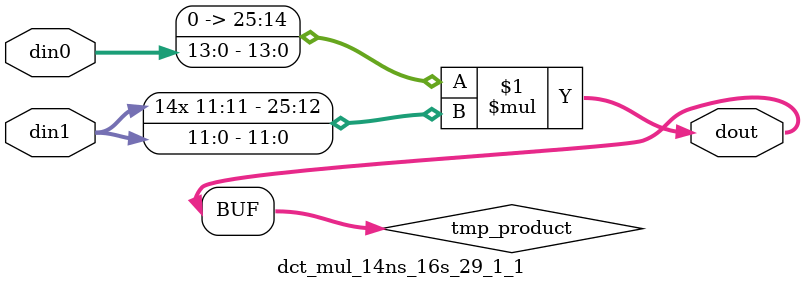
<source format=v>

`timescale 1 ns / 1 ps

 module dct_mul_14ns_16s_29_1_1(din0, din1, dout);
parameter ID = 1;
parameter NUM_STAGE = 0;
parameter din0_WIDTH = 14;
parameter din1_WIDTH = 12;
parameter dout_WIDTH = 26;

input [din0_WIDTH - 1 : 0] din0; 
input [din1_WIDTH - 1 : 0] din1; 
output [dout_WIDTH - 1 : 0] dout;

wire signed [dout_WIDTH - 1 : 0] tmp_product;

























assign tmp_product = $signed({1'b0, din0}) * $signed(din1);










assign dout = tmp_product;





















endmodule

</source>
